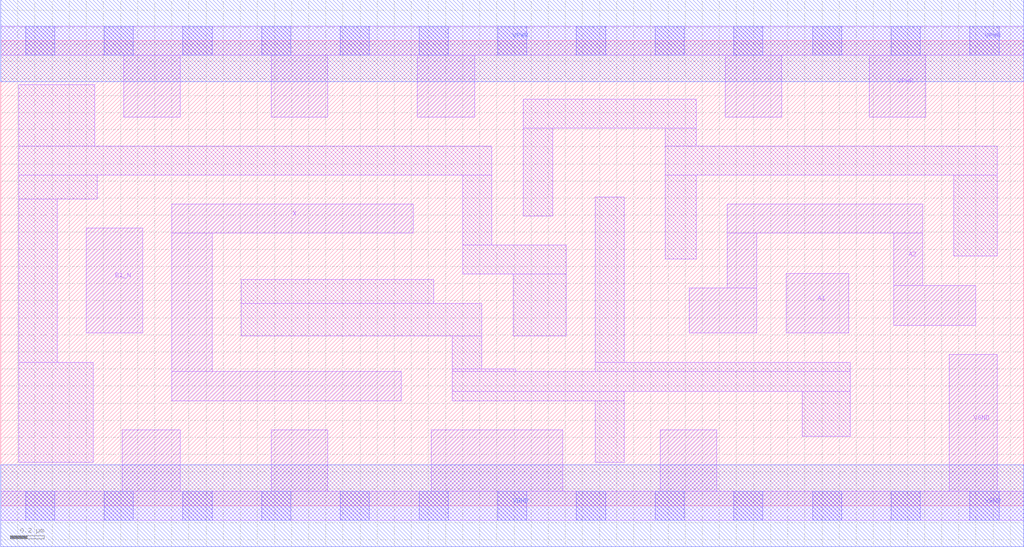
<source format=lef>
# Copyright 2020 The SkyWater PDK Authors
#
# Licensed under the Apache License, Version 2.0 (the "License");
# you may not use this file except in compliance with the License.
# You may obtain a copy of the License at
#
#     https://www.apache.org/licenses/LICENSE-2.0
#
# Unless required by applicable law or agreed to in writing, software
# distributed under the License is distributed on an "AS IS" BASIS,
# WITHOUT WARRANTIES OR CONDITIONS OF ANY KIND, either express or implied.
# See the License for the specific language governing permissions and
# limitations under the License.
#
# SPDX-License-Identifier: Apache-2.0

VERSION 5.7 ;
  NAMESCASESENSITIVE ON ;
  NOWIREEXTENSIONATPIN ON ;
  DIVIDERCHAR "/" ;
  BUSBITCHARS "[]" ;
UNITS
  DATABASE MICRONS 200 ;
END UNITS
MACRO sky130_fd_sc_hd__a21bo_4
  CLASS CORE ;
  SOURCE USER ;
  FOREIGN sky130_fd_sc_hd__a21bo_4 ;
  ORIGIN  0.000000  0.000000 ;
  SIZE  5.980000 BY  2.720000 ;
  SYMMETRY X Y R90 ;
  SITE unithd ;
  PIN A1
    ANTENNAGATEAREA  0.495000 ;
    DIRECTION INPUT ;
    USE SIGNAL ;
    PORT
      LAYER li1 ;
        RECT 4.590000 1.010000 4.955000 1.360000 ;
    END
  END A1
  PIN A2
    ANTENNAGATEAREA  0.495000 ;
    DIRECTION INPUT ;
    USE SIGNAL ;
    PORT
      LAYER li1 ;
        RECT 4.025000 1.010000 4.420000 1.275000 ;
        RECT 4.245000 1.275000 4.420000 1.595000 ;
        RECT 4.245000 1.595000 5.390000 1.765000 ;
        RECT 5.220000 1.055000 5.700000 1.290000 ;
        RECT 5.220000 1.290000 5.390000 1.595000 ;
    END
  END A2
  PIN B1_N
    ANTENNAGATEAREA  0.247500 ;
    DIRECTION INPUT ;
    USE SIGNAL ;
    PORT
      LAYER li1 ;
        RECT 0.500000 1.010000 0.830000 1.625000 ;
    END
  END B1_N
  PIN X
    ANTENNADIFFAREA  0.924000 ;
    DIRECTION OUTPUT ;
    USE SIGNAL ;
    PORT
      LAYER li1 ;
        RECT 1.000000 0.615000 2.340000 0.785000 ;
        RECT 1.000000 0.785000 1.235000 1.595000 ;
        RECT 1.000000 1.595000 2.410000 1.765000 ;
    END
  END X
  PIN VGND
    DIRECTION INOUT ;
    SHAPE ABUTMENT ;
    USE GROUND ;
    PORT
      LAYER li1 ;
        RECT 0.000000 -0.085000 5.980000 0.085000 ;
        RECT 0.710000  0.085000 1.050000 0.445000 ;
        RECT 1.580000  0.085000 1.910000 0.445000 ;
        RECT 2.515000  0.085000 3.285000 0.445000 ;
        RECT 3.855000  0.085000 4.185000 0.445000 ;
        RECT 5.545000  0.085000 5.825000 0.885000 ;
      LAYER mcon ;
        RECT 0.145000 -0.085000 0.315000 0.085000 ;
        RECT 0.605000 -0.085000 0.775000 0.085000 ;
        RECT 1.065000 -0.085000 1.235000 0.085000 ;
        RECT 1.525000 -0.085000 1.695000 0.085000 ;
        RECT 1.985000 -0.085000 2.155000 0.085000 ;
        RECT 2.445000 -0.085000 2.615000 0.085000 ;
        RECT 2.905000 -0.085000 3.075000 0.085000 ;
        RECT 3.365000 -0.085000 3.535000 0.085000 ;
        RECT 3.825000 -0.085000 3.995000 0.085000 ;
        RECT 4.285000 -0.085000 4.455000 0.085000 ;
        RECT 4.745000 -0.085000 4.915000 0.085000 ;
        RECT 5.205000 -0.085000 5.375000 0.085000 ;
        RECT 5.665000 -0.085000 5.835000 0.085000 ;
      LAYER met1 ;
        RECT 0.000000 -0.240000 5.980000 0.240000 ;
    END
  END VGND
  PIN VPWR
    DIRECTION INOUT ;
    SHAPE ABUTMENT ;
    USE POWER ;
    PORT
      LAYER li1 ;
        RECT 0.000000 2.635000 5.980000 2.805000 ;
        RECT 0.720000 2.275000 1.050000 2.635000 ;
        RECT 1.580000 2.275000 1.910000 2.635000 ;
        RECT 2.435000 2.275000 2.770000 2.635000 ;
        RECT 4.235000 2.275000 4.565000 2.635000 ;
        RECT 5.075000 2.275000 5.405000 2.635000 ;
      LAYER mcon ;
        RECT 0.145000 2.635000 0.315000 2.805000 ;
        RECT 0.605000 2.635000 0.775000 2.805000 ;
        RECT 1.065000 2.635000 1.235000 2.805000 ;
        RECT 1.525000 2.635000 1.695000 2.805000 ;
        RECT 1.985000 2.635000 2.155000 2.805000 ;
        RECT 2.445000 2.635000 2.615000 2.805000 ;
        RECT 2.905000 2.635000 3.075000 2.805000 ;
        RECT 3.365000 2.635000 3.535000 2.805000 ;
        RECT 3.825000 2.635000 3.995000 2.805000 ;
        RECT 4.285000 2.635000 4.455000 2.805000 ;
        RECT 4.745000 2.635000 4.915000 2.805000 ;
        RECT 5.205000 2.635000 5.375000 2.805000 ;
        RECT 5.665000 2.635000 5.835000 2.805000 ;
      LAYER met1 ;
        RECT 0.000000 2.480000 5.980000 2.960000 ;
    END
  END VPWR
  OBS
    LAYER li1 ;
      RECT 0.105000 0.255000 0.540000 0.840000 ;
      RECT 0.105000 0.840000 0.330000 1.795000 ;
      RECT 0.105000 1.795000 0.565000 1.935000 ;
      RECT 0.105000 1.935000 2.870000 2.105000 ;
      RECT 0.105000 2.105000 0.550000 2.465000 ;
      RECT 1.405000 0.995000 2.810000 1.185000 ;
      RECT 1.405000 1.185000 2.530000 1.325000 ;
      RECT 2.640000 0.615000 3.645000 0.670000 ;
      RECT 2.640000 0.670000 4.965000 0.785000 ;
      RECT 2.640000 0.785000 3.010000 0.800000 ;
      RECT 2.640000 0.800000 2.810000 0.995000 ;
      RECT 2.700000 1.355000 3.305000 1.525000 ;
      RECT 2.700000 1.525000 2.870000 1.935000 ;
      RECT 2.995000 0.995000 3.305000 1.355000 ;
      RECT 3.055000 1.695000 3.225000 2.210000 ;
      RECT 3.055000 2.210000 4.065000 2.380000 ;
      RECT 3.475000 0.255000 3.645000 0.615000 ;
      RECT 3.475000 0.785000 4.965000 0.840000 ;
      RECT 3.475000 0.840000 3.645000 1.805000 ;
      RECT 3.885000 1.445000 4.065000 1.935000 ;
      RECT 3.885000 1.935000 5.825000 2.105000 ;
      RECT 3.885000 2.105000 4.065000 2.210000 ;
      RECT 4.685000 0.405000 4.965000 0.670000 ;
      RECT 5.570000 1.460000 5.825000 1.935000 ;
  END
END sky130_fd_sc_hd__a21bo_4

</source>
